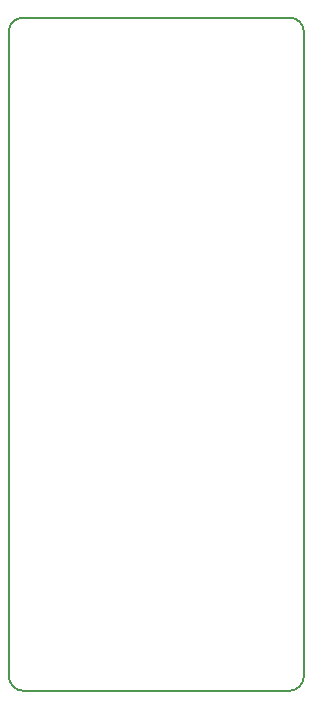
<source format=gm1>
%TF.GenerationSoftware,KiCad,Pcbnew,7.0.5*%
%TF.CreationDate,2023-10-28T22:09:15+09:00*%
%TF.ProjectId,EMUZ80PIC_SD_MK3.2,454d555a-3830-4504-9943-5f53445f4d4b,3.2*%
%TF.SameCoordinates,PX7aa1f66PY7f075e2*%
%TF.FileFunction,Profile,NP*%
%FSLAX46Y46*%
G04 Gerber Fmt 4.6, Leading zero omitted, Abs format (unit mm)*
G04 Created by KiCad (PCBNEW 7.0.5) date 2023-10-28 22:09:15*
%MOMM*%
%LPD*%
G01*
G04 APERTURE LIST*
%TA.AperFunction,Profile*%
%ADD10C,0.200000*%
%TD*%
G04 APERTURE END LIST*
D10*
X1200000Y56999693D02*
G75*
G03*
X367Y55800000I30J-1199663D01*
G01*
X23800000Y57000000D02*
X1200000Y56999633D01*
X0Y1300000D02*
G75*
G03*
X1300000Y0I1300030J30D01*
G01*
X1300000Y0D02*
X23700000Y0D01*
X24999885Y55800000D02*
G75*
G03*
X23800000Y56999885I-1199855J30D01*
G01*
X367Y55800000D02*
X0Y1300000D01*
X25000000Y1300000D02*
X24999885Y55800000D01*
X23700000Y60D02*
G75*
G03*
X25000000Y1300000I30J1299970D01*
G01*
M02*

</source>
